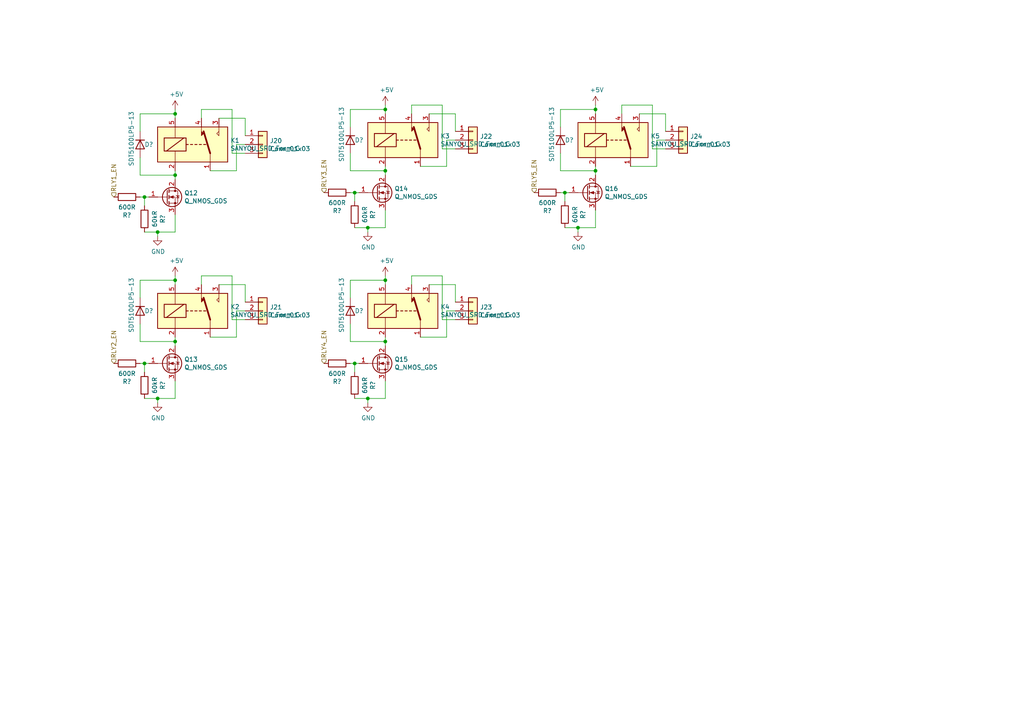
<source format=kicad_sch>
(kicad_sch (version 20230121) (generator eeschema)
  (paper "A4")
  (lib_symbols
    (symbol "power_board-rescue:+5V-power" (power) (pin_names (offset 0))
      (property "Value" "+5V-power" (at 0 3.556 0))
      (symbol "+5V-power_0_1"
        (polyline (pts (xy -0.762 1.27) (xy 0 2.54)))
        (polyline (pts (xy 0 0) (xy 0 2.54)))
        (polyline (pts (xy 0 2.54) (xy 0.762 1.27)))
      )
      (symbol "+5V-power_1_1"
        (pin power_in line (at 0 0 90) (length 0) hide (name "+5V") (number "1"))
      )
    )
    (symbol "power_board-rescue:Conn_01x03-Connector_Generic" (pin_names (offset 1.016) hide)
      (property "Reference" "J" (at 0 5.08 0))
      (property "Value" "Connector_Generic_Conn_01x03" (at 0 -5.08 0))
      (symbol "Conn_01x03-Connector_Generic_1_1"
        (rectangle (start -1.27 -2.413) (end 0 -2.667) (stroke (width 0.1524)))
        (rectangle (start -1.27 0.127) (end 0 -0.127) (stroke (width 0.1524)))
        (rectangle (start -1.27 2.667) (end 0 2.413) (stroke (width 0.1524)))
        (rectangle (start -1.27 3.81) (end 1.27 -3.81) (stroke (width 0.254)) (fill (type background)))
        (pin passive line (at -5.08 2.54 0) (length 3.81) (name "Pin_1") (number "1"))
        (pin passive line (at -5.08 0 0) (length 3.81) (name "Pin_2") (number "2"))
        (pin passive line (at -5.08 -2.54 0) (length 3.81) (name "Pin_3") (number "3"))
      )
    )
    (symbol "power_board-rescue:D-Device" (pin_numbers hide) (pin_names (offset 1.016) hide)
      (property "Reference" "D" (at 0 2.54 0))
      (property "Value" "Device_D" (at 0 -2.54 0))
      (symbol "D-Device_0_1"
        (polyline (pts (xy -1.27 1.27) (xy -1.27 -1.27)) (stroke (width 0.254)))
        (polyline (pts (xy 1.27 0) (xy -1.27 0)))
        (polyline (pts (xy 1.27 1.27) (xy 1.27 -1.27) (xy -1.27 0) (xy 1.27 1.27)) (stroke (width 0.254)))
      )
      (symbol "D-Device_1_1"
        (pin passive line (at -3.81 0 0) (length 2.54) (name "K") (number "1"))
        (pin passive line (at 3.81 0 180) (length 2.54) (name "A") (number "2"))
      )
    )
    (symbol "power_board-rescue:GND-power" (power) (pin_names (offset 0))
      (property "Value" "GND-power" (at 0 -3.81 0))
      (symbol "GND-power_0_1"
        (polyline (pts (xy 0 0) (xy 0 -1.27) (xy 1.27 -1.27) (xy 0 -2.54) (xy -1.27 -1.27) (xy 0 -1.27)))
      )
      (symbol "GND-power_1_1"
        (pin power_in line (at 0 0 270) (length 0) hide (name "GND") (number "1"))
      )
    )
    (symbol "power_board-rescue:Q_NMOS_GDS-Device" (pin_names (offset 0) hide)
      (property "Reference" "Q" (at 5.08 1.27 0))
      (property "Value" "Device_Q_NMOS_GDS" (at 5.08 -1.27 0))
      (symbol "Q_NMOS_GDS-Device_0_1"
        (polyline (pts (xy 0.254 0) (xy -2.54 0)))
        (polyline (pts (xy 0.254 1.905) (xy 0.254 -1.905)) (stroke (width 0.254)))
        (polyline (pts (xy 0.762 -1.27) (xy 0.762 -2.286)) (stroke (width 0.254)))
        (polyline (pts (xy 0.762 0.508) (xy 0.762 -0.508)) (stroke (width 0.254)))
        (polyline (pts (xy 0.762 2.286) (xy 0.762 1.27)) (stroke (width 0.254)))
        (polyline (pts (xy 2.54 2.54) (xy 2.54 1.778)))
        (polyline (pts (xy 2.54 -2.54) (xy 2.54 0) (xy 0.762 0)))
        (polyline (pts (xy 0.762 -1.778) (xy 3.302 -1.778) (xy 3.302 1.778) (xy 0.762 1.778)))
        (polyline (pts (xy 1.016 0) (xy 2.032 0.381) (xy 2.032 -0.381) (xy 1.016 0)) (fill (type outline)))
        (polyline (pts (xy 2.794 0.508) (xy 2.921 0.381) (xy 3.683 0.381) (xy 3.81 0.254)))
        (polyline (pts (xy 3.302 0.381) (xy 2.921 -0.254) (xy 3.683 -0.254) (xy 3.302 0.381)))
        (circle (center 1.651 0) (radius 2.794) (stroke (width 0.254)))
        (circle (center 2.54 -1.778) (radius 0.254) (fill (type outline)))
        (circle (center 2.54 1.778) (radius 0.254) (fill (type outline)))
      )
      (symbol "Q_NMOS_GDS-Device_1_1"
        (pin input line (at -5.08 0 0) (length 2.54) (name "G") (number "1"))
        (pin passive line (at 2.54 5.08 270) (length 2.54) (name "D") (number "2"))
        (pin passive line (at 2.54 -5.08 90) (length 2.54) (name "S") (number "3"))
      )
    )
    (symbol "power_board-rescue:R-Device" (pin_numbers hide) (pin_names (offset 0))
      (property "Reference" "R" (at 2.032 0 90))
      (property "Value" "Device_R" (at 0 0 90))
      (symbol "R-Device_0_1"
        (rectangle (start -1.016 -2.54) (end 1.016 2.54) (stroke (width 0.254)))
      )
      (symbol "R-Device_1_1"
        (pin passive line (at 0 3.81 270) (length 1.27) (name "~") (number "1"))
        (pin passive line (at 0 -3.81 90) (length 1.27) (name "~") (number "2"))
      )
    )
    (symbol "power_board-rescue:SANYOU_SRD_Form_C-Relay"
      (property "Reference" "K" (at 11.43 3.81 0))
      (property "Value" "Relay_SANYOU_SRD_Form_C" (at 11.43 1.27 0))
      (symbol "SANYOU_SRD_Form_C-Relay_0_0"
        (polyline (pts (xy 7.62 5.08) (xy 7.62 2.54) (xy 6.985 3.175) (xy 7.62 3.81)))
      )
      (symbol "SANYOU_SRD_Form_C-Relay_0_1"
        (rectangle (start -10.16 5.08) (end 10.16 -5.08) (stroke (width 0.254)) (fill (type background)))
        (rectangle (start -8.255 1.905) (end -1.905 -1.905) (stroke (width 0.254)))
        (polyline (pts (xy -7.62 -1.905) (xy -2.54 1.905)) (stroke (width 0.254)))
        (polyline (pts (xy -5.08 -5.08) (xy -5.08 -1.905)))
        (polyline (pts (xy -5.08 5.08) (xy -5.08 1.905)))
        (polyline (pts (xy -1.905 0) (xy -1.27 0)) (stroke (width 0.254)))
        (polyline (pts (xy -0.635 0) (xy 0 0)) (stroke (width 0.254)))
        (polyline (pts (xy 0.635 0) (xy 1.27 0)) (stroke (width 0.254)))
        (polyline (pts (xy 1.905 0) (xy 2.54 0)) (stroke (width 0.254)))
        (polyline (pts (xy 3.175 0) (xy 3.81 0)) (stroke (width 0.254)))
        (polyline (pts (xy 5.08 -2.54) (xy 3.175 3.81)) (stroke (width 0.508)))
        (polyline (pts (xy 5.08 -2.54) (xy 5.08 -5.08)))
      )
      (symbol "SANYOU_SRD_Form_C-Relay_1_1"
        (polyline (pts (xy 2.54 3.81) (xy 3.175 3.175) (xy 2.54 2.54) (xy 2.54 5.08)) (fill (type outline)))
        (pin passive line (at 5.08 -7.62 90) (length 2.54) (name "~") (number "1"))
        (pin passive line (at -5.08 -7.62 90) (length 2.54) (name "~") (number "2"))
        (pin passive line (at 7.62 7.62 270) (length 2.54) (name "~") (number "3"))
        (pin passive line (at 2.54 7.62 270) (length 2.54) (name "~") (number "4"))
        (pin passive line (at -5.08 7.62 270) (length 2.54) (name "~") (number "5"))
      )
    )
  )
  (junction (at 172.72 31.75))
  (junction (at 106.68 115.57))
  (junction (at 172.72 49.53))
  (junction (at 102.87 55.88))
  (junction (at 45.72 115.57))
  (junction (at 50.8 99.06))
  (junction (at 167.64 66.04))
  (junction (at 41.91 57.15))
  (junction (at 111.76 81.28))
  (junction (at 102.87 105.41))
  (junction (at 45.72 67.31))
  (junction (at 50.8 33.02))
  (junction (at 111.76 31.75))
  (junction (at 111.76 99.06))
  (junction (at 50.8 81.28))
  (junction (at 106.68 66.04))
  (junction (at 111.76 49.53))
  (junction (at 163.83 55.88))
  (junction (at 50.8 50.8))
  (junction (at 41.91 105.41))
  (wire (pts (xy 41.91 57.15) (xy 43.18 57.15)))
  (wire (pts (xy 119.38 80.01) (xy 128.27 80.01)))
  (wire (pts (xy 67.31 44.45) (xy 71.12 44.45)))
  (wire (pts (xy 102.87 55.88) (xy 104.14 55.88)))
  (wire (pts (xy 111.76 31.75) (xy 111.76 33.02)))
  (wire (pts (xy 40.64 81.28) (xy 50.8 81.28)))
  (wire (pts (xy 50.8 99.06) (xy 40.64 99.06)))
  (wire (pts (xy 71.12 82.55) (xy 71.12 87.63)))
  (wire (pts (xy 128.27 30.48) (xy 128.27 43.18)))
  (wire (pts (xy 129.54 90.17) (xy 132.08 90.17)))
  (wire (pts (xy 128.27 43.18) (xy 132.08 43.18)))
  (wire (pts (xy 111.76 60.96) (xy 111.76 66.04)))
  (wire (pts (xy 68.58 90.17) (xy 71.12 90.17)))
  (wire (pts (xy 101.6 55.88) (xy 102.87 55.88)))
  (wire (pts (xy 172.72 66.04) (xy 167.64 66.04)))
  (wire (pts (xy 50.8 115.57) (xy 45.72 115.57)))
  (wire (pts (xy 111.76 99.06) (xy 101.6 99.06)))
  (wire (pts (xy 128.27 92.71) (xy 132.08 92.71)))
  (wire (pts (xy 111.76 99.06) (xy 111.76 100.33)))
  (wire (pts (xy 50.8 81.28) (xy 50.8 82.55)))
  (wire (pts (xy 58.42 31.75) (xy 67.31 31.75)))
  (wire (pts (xy 50.8 99.06) (xy 50.8 100.33)))
  (wire (pts (xy 111.76 49.53) (xy 111.76 50.8)))
  (wire (pts (xy 190.5 48.26) (xy 190.5 40.64)))
  (wire (pts (xy 102.87 105.41) (xy 104.14 105.41)))
  (wire (pts (xy 50.8 33.02) (xy 50.8 34.29)))
  (wire (pts (xy 60.96 49.53) (xy 68.58 49.53)))
  (wire (pts (xy 121.92 48.26) (xy 129.54 48.26)))
  (wire (pts (xy 71.12 34.29) (xy 71.12 39.37)))
  (wire (pts (xy 45.72 115.57) (xy 41.91 115.57)))
  (wire (pts (xy 167.64 66.04) (xy 163.83 66.04)))
  (wire (pts (xy 162.56 36.83) (xy 162.56 31.75)))
  (wire (pts (xy 185.42 33.02) (xy 193.04 33.02)))
  (wire (pts (xy 102.87 55.88) (xy 102.87 58.42)))
  (wire (pts (xy 50.8 50.8) (xy 50.8 52.07)))
  (wire (pts (xy 101.6 49.53) (xy 101.6 44.45)))
  (wire (pts (xy 111.76 97.79) (xy 111.76 99.06)))
  (wire (pts (xy 106.68 66.04) (xy 102.87 66.04)))
  (wire (pts (xy 180.34 30.48) (xy 189.23 30.48)))
  (wire (pts (xy 50.8 50.8) (xy 40.64 50.8)))
  (wire (pts (xy 172.72 48.26) (xy 172.72 49.53)))
  (wire (pts (xy 67.31 80.01) (xy 67.31 92.71)))
  (wire (pts (xy 180.34 33.02) (xy 180.34 30.48)))
  (wire (pts (xy 40.64 105.41) (xy 41.91 105.41)))
  (wire (pts (xy 68.58 41.91) (xy 71.12 41.91)))
  (wire (pts (xy 50.8 31.75) (xy 50.8 33.02)))
  (wire (pts (xy 41.91 105.41) (xy 41.91 107.95)))
  (wire (pts (xy 41.91 105.41) (xy 43.18 105.41)))
  (wire (pts (xy 172.72 30.48) (xy 172.72 31.75)))
  (wire (pts (xy 68.58 97.79) (xy 68.58 90.17)))
  (wire (pts (xy 119.38 82.55) (xy 119.38 80.01)))
  (wire (pts (xy 41.91 57.15) (xy 41.91 59.69)))
  (wire (pts (xy 172.72 60.96) (xy 172.72 66.04)))
  (wire (pts (xy 190.5 40.64) (xy 193.04 40.64)))
  (wire (pts (xy 111.76 115.57) (xy 106.68 115.57)))
  (wire (pts (xy 162.56 49.53) (xy 162.56 44.45)))
  (wire (pts (xy 102.87 105.41) (xy 102.87 107.95)))
  (wire (pts (xy 129.54 40.64) (xy 132.08 40.64)))
  (wire (pts (xy 106.68 115.57) (xy 106.68 116.84)))
  (wire (pts (xy 189.23 30.48) (xy 189.23 43.18)))
  (wire (pts (xy 163.83 55.88) (xy 165.1 55.88)))
  (wire (pts (xy 40.64 50.8) (xy 40.64 45.72)))
  (wire (pts (xy 58.42 34.29) (xy 58.42 31.75)))
  (wire (pts (xy 111.76 110.49) (xy 111.76 115.57)))
  (wire (pts (xy 58.42 80.01) (xy 67.31 80.01)))
  (wire (pts (xy 132.08 33.02) (xy 132.08 38.1)))
  (wire (pts (xy 50.8 80.01) (xy 50.8 81.28)))
  (wire (pts (xy 68.58 49.53) (xy 68.58 41.91)))
  (wire (pts (xy 50.8 49.53) (xy 50.8 50.8)))
  (wire (pts (xy 50.8 110.49) (xy 50.8 115.57)))
  (wire (pts (xy 189.23 43.18) (xy 193.04 43.18)))
  (wire (pts (xy 172.72 49.53) (xy 172.72 50.8)))
  (wire (pts (xy 111.76 80.01) (xy 111.76 81.28)))
  (wire (pts (xy 119.38 30.48) (xy 128.27 30.48)))
  (wire (pts (xy 172.72 31.75) (xy 172.72 33.02)))
  (wire (pts (xy 132.08 82.55) (xy 132.08 87.63)))
  (wire (pts (xy 163.83 55.88) (xy 163.83 58.42)))
  (wire (pts (xy 124.46 33.02) (xy 132.08 33.02)))
  (wire (pts (xy 111.76 48.26) (xy 111.76 49.53)))
  (wire (pts (xy 40.64 57.15) (xy 41.91 57.15)))
  (wire (pts (xy 111.76 81.28) (xy 111.76 82.55)))
  (wire (pts (xy 162.56 55.88) (xy 163.83 55.88)))
  (wire (pts (xy 193.04 33.02) (xy 193.04 38.1)))
  (wire (pts (xy 101.6 105.41) (xy 102.87 105.41)))
  (wire (pts (xy 50.8 67.31) (xy 45.72 67.31)))
  (wire (pts (xy 111.76 30.48) (xy 111.76 31.75)))
  (wire (pts (xy 124.46 82.55) (xy 132.08 82.55)))
  (wire (pts (xy 101.6 31.75) (xy 111.76 31.75)))
  (wire (pts (xy 101.6 99.06) (xy 101.6 93.98)))
  (wire (pts (xy 111.76 49.53) (xy 101.6 49.53)))
  (wire (pts (xy 50.8 97.79) (xy 50.8 99.06)))
  (wire (pts (xy 162.56 31.75) (xy 172.72 31.75)))
  (wire (pts (xy 101.6 86.36) (xy 101.6 81.28)))
  (wire (pts (xy 129.54 97.79) (xy 129.54 90.17)))
  (wire (pts (xy 101.6 81.28) (xy 111.76 81.28)))
  (wire (pts (xy 128.27 80.01) (xy 128.27 92.71)))
  (wire (pts (xy 58.42 82.55) (xy 58.42 80.01)))
  (wire (pts (xy 45.72 67.31) (xy 45.72 68.58)))
  (wire (pts (xy 63.5 34.29) (xy 71.12 34.29)))
  (wire (pts (xy 50.8 62.23) (xy 50.8 67.31)))
  (wire (pts (xy 45.72 67.31) (xy 41.91 67.31)))
  (wire (pts (xy 40.64 38.1) (xy 40.64 33.02)))
  (wire (pts (xy 63.5 82.55) (xy 71.12 82.55)))
  (wire (pts (xy 167.64 66.04) (xy 167.64 67.31)))
  (wire (pts (xy 45.72 115.57) (xy 45.72 116.84)))
  (wire (pts (xy 182.88 48.26) (xy 190.5 48.26)))
  (wire (pts (xy 106.68 66.04) (xy 106.68 67.31)))
  (wire (pts (xy 40.64 99.06) (xy 40.64 93.98)))
  (wire (pts (xy 67.31 92.71) (xy 71.12 92.71)))
  (wire (pts (xy 111.76 66.04) (xy 106.68 66.04)))
  (wire (pts (xy 67.31 31.75) (xy 67.31 44.45)))
  (wire (pts (xy 60.96 97.79) (xy 68.58 97.79)))
  (wire (pts (xy 101.6 36.83) (xy 101.6 31.75)))
  (wire (pts (xy 119.38 33.02) (xy 119.38 30.48)))
  (wire (pts (xy 106.68 115.57) (xy 102.87 115.57)))
  (wire (pts (xy 121.92 97.79) (xy 129.54 97.79)))
  (wire (pts (xy 40.64 33.02) (xy 50.8 33.02)))
  (wire (pts (xy 129.54 48.26) (xy 129.54 40.64)))
  (wire (pts (xy 172.72 49.53) (xy 162.56 49.53)))
  (wire (pts (xy 40.64 86.36) (xy 40.64 81.28)))
  (hierarchical_label "RLY2_EN" (shape input) (at 33.02 105.41 90))
  (hierarchical_label "RLY4_EN" (shape input) (at 93.98 105.41 90))
  (hierarchical_label "RLY5_EN" (shape input) (at 154.94 55.88 90))
  (hierarchical_label "RLY1_EN" (shape input) (at 33.02 57.15 90))
  (hierarchical_label "RLY3_EN" (shape input) (at 93.98 55.88 90))
  (symbol (lib_id "power_board-rescue:SANYOU_SRD_Form_C-Relay") (at 55.88 41.91 0) (unit 1)
    (property "Reference" "K1" (at 66.802 40.7416 0) (effects (justify left)))
    (property "Value" "SANYOU_SRD_Form_C" (at 66.802 43.053 0) (effects (justify left)))
    (property "Footprint" "Relay_THT:Relay_SPDT_SANYOU_SRD_Series_Form_C" (effects hide))
  )
  (symbol (lib_id "power_board-rescue:R-Device") (at 41.91 63.5 180) (unit 1)
    (property "Reference" "R?" (at 47.1678 63.5 90))
    (property "Value" "60kR" (at 44.8564 63.5 90))
    (property "Footprint" "lsts_passives:R_0603" (effects hide))
    (property "manf#" "CRCW0603100KFKEAC" (effects hide))
    (instances (project "power_board" (path "" (reference "R?") (unit 1)) (path "" (reference "R22") (unit 1)) (path "" (reference "R?") (unit 1))))
  )
  (symbol (lib_id "power_board-rescue:R-Device") (at 36.83 57.15 90) (unit 1)
    (property "Reference" "R?" (at 36.83 62.4078 90))
    (property "Value" "600R" (at 36.83 60.0964 90))
    (property "Footprint" "lsts_passives:R_0603" (effects hide))
    (property "manf#" "CRCW0603100KFKEAC" (effects hide))
    (instances (project "power_board" (path "" (reference "R?") (unit 1)) (path "" (reference "R20") (unit 1)) (path "" (reference "R?") (unit 1))))
  )
  (symbol (lib_id "power_board-rescue:SANYOU_SRD_Form_C-Relay") (at 116.84 40.64 0) (unit 1)
    (property "Reference" "K3" (at 127.762 39.4716 0) (effects (justify left)))
    (property "Value" "SANYOU_SRD_Form_C" (at 127.762 41.783 0) (effects (justify left)))
    (property "Footprint" "Relay_THT:Relay_SPDT_SANYOU_SRD_Series_Form_C" (effects hide))
  )
  (symbol (lib_id "power_board-rescue:R-Device") (at 102.87 62.23 180) (unit 1)
    (property "Reference" "R?" (at 108.1278 62.23 90))
    (property "Value" "60kR" (at 105.8164 62.23 90))
    (property "Footprint" "lsts_passives:R_0603" (effects hide))
    (property "manf#" "CRCW0603100KFKEAC" (effects hide))
    (instances (project "power_board" (path "" (reference "R?") (unit 1)) (path "" (reference "R26") (unit 1)) (path "" (reference "R?") (unit 1))))
  )
  (symbol (lib_id "power_board-rescue:R-Device") (at 97.79 55.88 90) (unit 1)
    (property "Reference" "R?" (at 97.79 61.1378 90))
    (property "Value" "600R" (at 97.79 58.8264 90))
    (property "Footprint" "lsts_passives:R_0603" (effects hide))
    (property "manf#" "CRCW0603100KFKEAC" (effects hide))
    (instances (project "power_board" (path "" (reference "R?") (unit 1)) (path "" (reference "R24") (unit 1)) (path "" (reference "R?") (unit 1))))
  )
  (symbol (lib_id "power_board-rescue:GND-power") (at 106.68 67.31 0) (unit 1)
    (property "Reference" "#PWR?" (effects hide))
    (property "Value" "GND" (at 106.807 71.7042 0))
    (instances (project "power_board" (path "" (reference "#PWR?") (unit 1)) (path "" (reference "#PWR051") (unit 1)) (path "" (reference "#PWR?") (unit 1))))
  )
  (symbol (lib_id "power_board-rescue:D-Device") (at 101.6 40.64 90) (mirror x) (unit 1)
    (property "Reference" "D?" (at 102.87 40.64 90) (effects (justify right)))
    (property "Value" "SDT5100LP5-13" (at 99.06 46.99 0) (effects (justify right)))
    (property "Footprint" "Diode_SMD:D_PowerDI-5" (effects hide))
    (property "manf#" "SDT5100LP5-13" (effects hide))
    (instances (project "power_board" (path "" (reference "D?") (unit 1)) (path "" (reference "D3") (unit 1)) (path "" (reference "D?") (unit 1))))
  )
  (symbol (lib_id "power_board-rescue:Conn_01x03-Connector_Generic") (at 137.16 40.64 0) (unit 1)
    (property "Reference" "J22" (at 139.192 39.5732 0) (effects (justify left)))
    (property "Value" "Conn_01x03" (at 139.192 41.8846 0) (effects (justify left)))
    (property "Footprint" "TerminalBlock_Phoenix:TerminalBlock_Phoenix_PT-1,5-3-3.5-H_1x03_P3.50mm_Horizontal" (effects hide))
    (property "manf#" "1935174" (effects hide))
    (instances (project "power_board" (path "" (reference "J22") (unit 1)) (path "" (reference "J?") (unit 1))))
  )
  (symbol (lib_id "power_board-rescue:SANYOU_SRD_Form_C-Relay") (at 177.8 40.64 0) (unit 1)
    (property "Reference" "K5" (at 188.722 39.4716 0) (effects (justify left)))
    (property "Value" "SANYOU_SRD_Form_C" (at 188.722 41.783 0) (effects (justify left)))
    (property "Footprint" "Relay_THT:Relay_SPDT_SANYOU_SRD_Series_Form_C" (effects hide))
  )
  (symbol (lib_id "power_board-rescue:R-Device") (at 163.83 62.23 180) (unit 1)
    (property "Reference" "R?" (at 169.0878 62.23 90))
    (property "Value" "60kR" (at 166.7764 62.23 90))
    (property "Footprint" "lsts_passives:R_0603" (effects hide))
    (property "manf#" "CRCW0603100KFKEAC" (effects hide))
    (instances (project "power_board" (path "" (reference "R?") (unit 1)) (path "" (reference "R29") (unit 1)) (path "" (reference "R?") (unit 1))))
  )
  (symbol (lib_id "power_board-rescue:R-Device") (at 158.75 55.88 90) (unit 1)
    (property "Reference" "R?" (at 158.75 61.1378 90))
    (property "Value" "600R" (at 158.75 58.8264 90))
    (property "Footprint" "lsts_passives:R_0603" (effects hide))
    (property "manf#" "CRCW0603100KFKEAC" (effects hide))
    (instances (project "power_board" (path "" (reference "R?") (unit 1)) (path "" (reference "R28") (unit 1)) (path "" (reference "R?") (unit 1))))
  )
  (symbol (lib_id "power_board-rescue:GND-power") (at 167.64 67.31 0) (unit 1)
    (property "Reference" "#PWR?" (effects hide))
    (property "Value" "GND" (at 167.767 71.7042 0))
    (instances (project "power_board" (path "" (reference "#PWR?") (unit 1)) (path "" (reference "#PWR055") (unit 1)) (path "" (reference "#PWR?") (unit 1))))
  )
  (symbol (lib_id "power_board-rescue:D-Device") (at 162.56 40.64 90) (mirror x) (unit 1)
    (property "Reference" "D?" (at 163.83 40.64 90) (effects (justify right)))
    (property "Value" "SDT5100LP5-13" (at 160.02 46.99 0) (effects (justify right)))
    (property "Footprint" "Diode_SMD:D_PowerDI-5" (effects hide))
    (property "manf#" "SDT5100LP5-13" (effects hide))
    (instances (project "power_board" (path "" (reference "D?") (unit 1)) (path "" (reference "D5") (unit 1)) (path "" (reference "D?") (unit 1))))
  )
  (symbol (lib_id "power_board-rescue:Conn_01x03-Connector_Generic") (at 198.12 40.64 0) (unit 1)
    (property "Reference" "J24" (at 200.152 39.5732 0) (effects (justify left)))
    (property "Value" "Conn_01x03" (at 200.152 41.8846 0) (effects (justify left)))
    (property "Footprint" "TerminalBlock_Phoenix:TerminalBlock_Phoenix_PT-1,5-3-3.5-H_1x03_P3.50mm_Horizontal" (effects hide))
    (property "manf#" "1935174" (effects hide))
    (instances (project "power_board" (path "" (reference "J24") (unit 1)) (path "" (reference "J?") (unit 1))))
  )
  (symbol (lib_id "power_board-rescue:SANYOU_SRD_Form_C-Relay") (at 55.88 90.17 0) (unit 1)
    (property "Reference" "K2" (at 66.802 89.0016 0) (effects (justify left)))
    (property "Value" "SANYOU_SRD_Form_C" (at 66.802 91.313 0) (effects (justify left)))
    (property "Footprint" "Relay_THT:Relay_SPDT_SANYOU_SRD_Series_Form_C" (effects hide))
  )
  (symbol (lib_id "power_board-rescue:R-Device") (at 41.91 111.76 180) (unit 1)
    (property "Reference" "R?" (at 47.1678 111.76 90))
    (property "Value" "60kR" (at 44.8564 111.76 90))
    (property "Footprint" "lsts_passives:R_0603" (effects hide))
    (property "manf#" "CRCW0603100KFKEAC" (effects hide))
    (instances (project "power_board" (path "" (reference "R?") (unit 1)) (path "" (reference "R23") (unit 1)) (path "" (reference "R?") (unit 1))))
  )
  (symbol (lib_id "power_board-rescue:R-Device") (at 36.83 105.41 90) (unit 1)
    (property "Reference" "R?" (at 36.83 110.6678 90))
    (property "Value" "600R" (at 36.83 108.3564 90))
    (property "Footprint" "lsts_passives:R_0603" (effects hide))
    (property "manf#" "CRCW0603100KFKEAC" (effects hide))
    (instances (project "power_board" (path "" (reference "R?") (unit 1)) (path "" (reference "R21") (unit 1)) (path "" (reference "R?") (unit 1))))
  )
  (symbol (lib_id "power_board-rescue:GND-power") (at 45.72 116.84 0) (unit 1)
    (property "Reference" "#PWR?" (effects hide))
    (property "Value" "GND" (at 45.847 121.2342 0))
    (instances (project "power_board" (path "" (reference "#PWR?") (unit 1)) (path "" (reference "#PWR048") (unit 1)) (path "" (reference "#PWR?") (unit 1))))
  )
  (symbol (lib_id "power_board-rescue:D-Device") (at 40.64 90.17 90) (mirror x) (unit 1)
    (property "Reference" "D?" (at 41.91 90.17 90) (effects (justify right)))
    (property "Value" "SDT5100LP5-13" (at 38.1 96.52 0) (effects (justify right)))
    (property "Footprint" "Diode_SMD:D_PowerDI-5" (effects hide))
    (property "manf#" "SDT5100LP5-13" (effects hide))
    (instances (project "power_board" (path "" (reference "D?") (unit 1)) (path "" (reference "D2") (unit 1)) (path "" (reference "D?") (unit 1))))
  )
  (symbol (lib_id "power_board-rescue:Conn_01x03-Connector_Generic") (at 76.2 90.17 0) (unit 1)
    (property "Reference" "J21" (at 78.232 89.1032 0) (effects (justify left)))
    (property "Value" "Conn_01x03" (at 78.232 91.4146 0) (effects (justify left)))
    (property "Footprint" "TerminalBlock_Phoenix:TerminalBlock_Phoenix_PT-1,5-3-3.5-H_1x03_P3.50mm_Horizontal" (effects hide))
    (property "manf#" "1935174" (effects hide))
    (instances (project "power_board" (path "" (reference "J21") (unit 1)) (path "" (reference "J?") (unit 1))))
  )
  (symbol (lib_id "power_board-rescue:SANYOU_SRD_Form_C-Relay") (at 116.84 90.17 0) (unit 1)
    (property "Reference" "K4" (at 127.762 89.0016 0) (effects (justify left)))
    (property "Value" "SANYOU_SRD_Form_C" (at 127.762 91.313 0) (effects (justify left)))
    (property "Footprint" "Relay_THT:Relay_SPDT_SANYOU_SRD_Series_Form_C" (effects hide))
  )
  (symbol (lib_id "power_board-rescue:R-Device") (at 102.87 111.76 180) (unit 1)
    (property "Reference" "R?" (at 108.1278 111.76 90))
    (property "Value" "60kR" (at 105.8164 111.76 90))
    (property "Footprint" "lsts_passives:R_0603" (effects hide))
    (property "manf#" "CRCW0603100KFKEAC" (effects hide))
    (instances (project "power_board" (path "" (reference "R?") (unit 1)) (path "" (reference "R27") (unit 1)) (path "" (reference "R?") (unit 1))))
  )
  (symbol (lib_id "power_board-rescue:R-Device") (at 97.79 105.41 90) (unit 1)
    (property "Reference" "R?" (at 97.79 110.6678 90))
    (property "Value" "600R" (at 97.79 108.3564 90))
    (property "Footprint" "lsts_passives:R_0603" (effects hide))
    (property "manf#" "CRCW0603100KFKEAC" (effects hide))
    (instances (project "power_board" (path "" (reference "R?") (unit 1)) (path "" (reference "R25") (unit 1)) (path "" (reference "R?") (unit 1))))
  )
  (symbol (lib_id "power_board-rescue:GND-power") (at 106.68 116.84 0) (unit 1)
    (property "Reference" "#PWR?" (effects hide))
    (property "Value" "GND" (at 106.807 121.2342 0))
    (instances (project "power_board" (path "" (reference "#PWR?") (unit 1)) (path "" (reference "#PWR052") (unit 1)) (path "" (reference "#PWR?") (unit 1))))
  )
  (symbol (lib_id "power_board-rescue:D-Device") (at 101.6 90.17 90) (mirror x) (unit 1)
    (property "Reference" "D?" (at 102.87 90.17 90) (effects (justify right)))
    (property "Value" "SDT5100LP5-13" (at 99.06 96.52 0) (effects (justify right)))
    (property "Footprint" "Diode_SMD:D_PowerDI-5" (effects hide))
    (property "manf#" "SDT5100LP5-13" (effects hide))
    (instances (project "power_board" (path "" (reference "D?") (unit 1)) (path "" (reference "D4") (unit 1)) (path "" (reference "D?") (unit 1))))
  )
  (symbol (lib_id "power_board-rescue:Conn_01x03-Connector_Generic") (at 137.16 90.17 0) (unit 1)
    (property "Reference" "J23" (at 139.192 89.1032 0) (effects (justify left)))
    (property "Value" "Conn_01x03" (at 139.192 91.4146 0) (effects (justify left)))
    (property "Footprint" "TerminalBlock_Phoenix:TerminalBlock_Phoenix_PT-1,5-3-3.5-H_1x03_P3.50mm_Horizontal" (effects hide))
    (property "manf#" "1935174" (effects hide))
    (instances (project "power_board" (path "" (reference "J23") (unit 1)) (path "" (reference "J?") (unit 1))))
  )
  (symbol (lib_id "power_board-rescue:GND-power") (at 45.72 68.58 0) (unit 1)
    (property "Reference" "#PWR?" (effects hide))
    (property "Value" "GND" (at 45.847 72.9742 0))
    (instances (project "power_board" (path "" (reference "#PWR?") (unit 1)) (path "" (reference "#PWR047") (unit 1)) (path "" (reference "#PWR?") (unit 1))))
  )
  (symbol (lib_id "power_board-rescue:D-Device") (at 40.64 41.91 90) (mirror x) (unit 1)
    (property "Reference" "D?" (at 41.91 41.91 90) (effects (justify right)))
    (property "Value" "SDT5100LP5-13" (at 38.1 48.26 0) (effects (justify right)))
    (property "Footprint" "Diode_SMD:D_PowerDI-5" (effects hide))
    (property "manf#" "SDT5100LP5-13" (effects hide))
    (instances (project "power_board" (path "" (reference "D?") (unit 1)) (path "" (reference "D1") (unit 1)) (path "" (reference "D?") (unit 1))))
  )
  (symbol (lib_id "power_board-rescue:Q_NMOS_GDS-Device") (at 48.26 57.15 0) (unit 1)
    (property "Reference" "Q12" (at 53.4416 55.9816 0) (effects (justify left)))
    (property "Value" "Q_NMOS_GDS" (at 53.4416 58.293 0) (effects (justify left)))
    (property "Footprint" "Package_TO_SOT_SMD:TO-252-2" (effects hide))
    (property "Datasheet" "https://eu.mouser.com/datasheet/2/427/sihfr010-1761720.pdf" (effects hide))
  )
  (symbol (lib_id "power_board-rescue:Q_NMOS_GDS-Device") (at 109.22 55.88 0) (unit 1)
    (property "Reference" "Q14" (at 114.4016 54.7116 0) (effects (justify left)))
    (property "Value" "Q_NMOS_GDS" (at 114.4016 57.023 0) (effects (justify left)))
    (property "Footprint" "Package_TO_SOT_SMD:TO-252-2" (effects hide))
    (property "Datasheet" "https://eu.mouser.com/datasheet/2/427/sihfr010-1761720.pdf" (effects hide))
  )
  (symbol (lib_id "power_board-rescue:Q_NMOS_GDS-Device") (at 170.18 55.88 0) (unit 1)
    (property "Reference" "Q16" (at 175.3616 54.7116 0) (effects (justify left)))
    (property "Value" "Q_NMOS_GDS" (at 175.3616 57.023 0) (effects (justify left)))
    (property "Footprint" "Package_TO_SOT_SMD:TO-252-2" (effects hide))
    (property "Datasheet" "https://eu.mouser.com/datasheet/2/427/sihfr010-1761720.pdf" (effects hide))
  )
  (symbol (lib_id "power_board-rescue:Q_NMOS_GDS-Device") (at 48.26 105.41 0) (unit 1)
    (property "Reference" "Q13" (at 53.4416 104.2416 0) (effects (justify left)))
    (property "Value" "Q_NMOS_GDS" (at 53.4416 106.553 0) (effects (justify left)))
    (property "Footprint" "Package_TO_SOT_SMD:TO-252-2" (effects hide))
    (property "Datasheet" "https://eu.mouser.com/datasheet/2/427/sihfr010-1761720.pdf" (effects hide))
  )
  (symbol (lib_id "power_board-rescue:Q_NMOS_GDS-Device") (at 109.22 105.41 0) (unit 1)
    (property "Reference" "Q15" (at 114.4016 104.2416 0) (effects (justify left)))
    (property "Value" "Q_NMOS_GDS" (at 114.4016 106.553 0) (effects (justify left)))
    (property "Footprint" "Package_TO_SOT_SMD:TO-252-2" (effects hide))
    (property "Datasheet" "https://eu.mouser.com/datasheet/2/427/sihfr010-1761720.pdf" (effects hide))
  )
  (symbol (lib_id "power_board-rescue:+5V-power") (at 50.8 31.75 0) (unit 1)
    (property "Reference" "#PWR049" (effects hide))
    (property "Value" "+5V" (at 51.181 27.3558 0))
  )
  (symbol (lib_id "power_board-rescue:+5V-power") (at 111.76 30.48 0) (unit 1)
    (property "Reference" "#PWR053" (effects hide))
    (property "Value" "+5V" (at 112.141 26.0858 0))
  )
  (symbol (lib_id "power_board-rescue:+5V-power") (at 172.72 30.48 0) (unit 1)
    (property "Reference" "#PWR056" (effects hide))
    (property "Value" "+5V" (at 173.101 26.0858 0))
  )
  (symbol (lib_id "power_board-rescue:+5V-power") (at 50.8 80.01 0) (unit 1)
    (property "Reference" "#PWR050" (effects hide))
    (property "Value" "+5V" (at 51.181 75.6158 0))
  )
  (symbol (lib_id "power_board-rescue:+5V-power") (at 111.76 80.01 0) (unit 1)
    (property "Reference" "#PWR054" (effects hide))
    (property "Value" "+5V" (at 112.141 75.6158 0))
  )
  (symbol (lib_id "power_board-rescue:Conn_01x03-Connector_Generic") (at 76.2 41.91 0) (unit 1)
    (property "Reference" "J20" (at 78.232 40.8432 0) (effects (justify left)))
    (property "Value" "Conn_01x03" (at 78.232 43.1546 0) (effects (justify left)))
    (property "Footprint" "TerminalBlock_Phoenix:TerminalBlock_Phoenix_PT-1,5-3-3.5-H_1x03_P3.50mm_Horizontal" (effects hide))
    (property "manf#" "1935174" (effects hide))
    (instances (project "power_board" (path "" (reference "J20") (unit 1)) (path "" (reference "J?") (unit 1))))
  )
)
</source>
